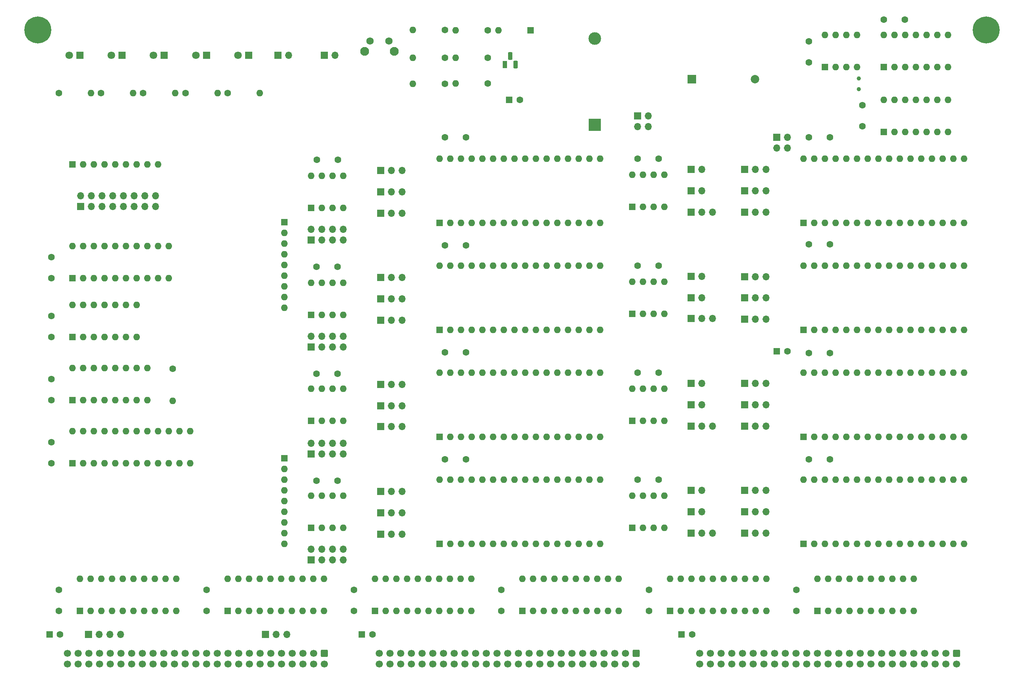
<source format=gbr>
%TF.GenerationSoftware,KiCad,Pcbnew,(6.0.11)*%
%TF.CreationDate,2023-11-11T07:58:28-05:00*%
%TF.ProjectId,memory.ROMRAM,6d656d6f-7279-42e5-924f-4d52414d2e6b,rev?*%
%TF.SameCoordinates,Original*%
%TF.FileFunction,Soldermask,Top*%
%TF.FilePolarity,Negative*%
%FSLAX46Y46*%
G04 Gerber Fmt 4.6, Leading zero omitted, Abs format (unit mm)*
G04 Created by KiCad (PCBNEW (6.0.11)) date 2023-11-11 07:58:28*
%MOMM*%
%LPD*%
G01*
G04 APERTURE LIST*
G04 Aperture macros list*
%AMRoundRect*
0 Rectangle with rounded corners*
0 $1 Rounding radius*
0 $2 $3 $4 $5 $6 $7 $8 $9 X,Y pos of 4 corners*
0 Add a 4 corners polygon primitive as box body*
4,1,4,$2,$3,$4,$5,$6,$7,$8,$9,$2,$3,0*
0 Add four circle primitives for the rounded corners*
1,1,$1+$1,$2,$3*
1,1,$1+$1,$4,$5*
1,1,$1+$1,$6,$7*
1,1,$1+$1,$8,$9*
0 Add four rect primitives between the rounded corners*
20,1,$1+$1,$2,$3,$4,$5,0*
20,1,$1+$1,$4,$5,$6,$7,0*
20,1,$1+$1,$6,$7,$8,$9,0*
20,1,$1+$1,$8,$9,$2,$3,0*%
G04 Aperture macros list end*
%ADD10RoundRect,0.250000X-0.600000X0.600000X-0.600000X-0.600000X0.600000X-0.600000X0.600000X0.600000X0*%
%ADD11C,1.700000*%
%ADD12C,6.400000*%
%ADD13C,1.600000*%
%ADD14R,1.600000X1.600000*%
%ADD15R,1.800000X1.800000*%
%ADD16C,1.800000*%
%ADD17O,1.600000X1.600000*%
%ADD18R,1.700000X1.700000*%
%ADD19O,1.700000X1.700000*%
%ADD20R,1.100000X1.800000*%
%ADD21RoundRect,0.275000X-0.275000X-0.625000X0.275000X-0.625000X0.275000X0.625000X-0.275000X0.625000X0*%
%ADD22R,2.000000X2.000000*%
%ADD23C,2.000000*%
%ADD24C,2.100000*%
%ADD25C,1.750000*%
%ADD26C,1.000000*%
%ADD27R,3.000000X3.000000*%
%ADD28C,3.000000*%
G04 APERTURE END LIST*
D10*
%TO.C,P3*%
X258000000Y-223000000D03*
D11*
X258000000Y-225540000D03*
X255460000Y-223000000D03*
X255460000Y-225540000D03*
X252920000Y-223000000D03*
X252920000Y-225540000D03*
X250380000Y-223000000D03*
X250380000Y-225540000D03*
X247840000Y-223000000D03*
X247840000Y-225540000D03*
X245300000Y-223000000D03*
X245300000Y-225540000D03*
X242760000Y-223000000D03*
X242760000Y-225540000D03*
X240220000Y-223000000D03*
X240220000Y-225540000D03*
X237680000Y-223000000D03*
X237680000Y-225540000D03*
X235140000Y-223000000D03*
X235140000Y-225540000D03*
X232600000Y-223000000D03*
X232600000Y-225540000D03*
X230060000Y-223000000D03*
X230060000Y-225540000D03*
X227520000Y-223000000D03*
X227520000Y-225540000D03*
X224980000Y-223000000D03*
X224980000Y-225540000D03*
X222440000Y-223000000D03*
X222440000Y-225540000D03*
X219900000Y-223000000D03*
X219900000Y-225540000D03*
X217360000Y-223000000D03*
X217360000Y-225540000D03*
X214820000Y-223000000D03*
X214820000Y-225540000D03*
X212280000Y-223000000D03*
X212280000Y-225540000D03*
X209740000Y-223000000D03*
X209740000Y-225540000D03*
X207200000Y-223000000D03*
X207200000Y-225540000D03*
X204660000Y-223000000D03*
X204660000Y-225540000D03*
X202120000Y-223000000D03*
X202120000Y-225540000D03*
X199580000Y-223000000D03*
X199580000Y-225540000D03*
X197040000Y-223000000D03*
X197040000Y-225540000D03*
%TD*%
D12*
%TO.C,H1*%
X40000000Y-75000000D03*
%TD*%
%TO.C,H2*%
X265000000Y-75000000D03*
%TD*%
D13*
%TO.C,C15*%
X222960000Y-176895000D03*
X227960000Y-176895000D03*
%TD*%
%TO.C,C16*%
X222960000Y-151690000D03*
X227960000Y-151690000D03*
%TD*%
%TO.C,C11*%
X150000000Y-207940000D03*
X150000000Y-212940000D03*
%TD*%
%TO.C,C12*%
X45000000Y-207940000D03*
X45000000Y-212940000D03*
%TD*%
%TO.C,C1*%
X43190000Y-172880000D03*
X43190000Y-177880000D03*
%TD*%
%TO.C,C4*%
X115000000Y-207940000D03*
X115000000Y-212940000D03*
%TD*%
%TO.C,C9*%
X80000000Y-207940000D03*
X80000000Y-212940000D03*
%TD*%
D14*
%TO.C,C25*%
X116879600Y-218500000D03*
D13*
X119379600Y-218500000D03*
%TD*%
D14*
%TO.C,C26*%
X42749800Y-218500000D03*
D13*
X45249800Y-218500000D03*
%TD*%
D15*
%TO.C,D5*%
X50000000Y-81000000D03*
D16*
X47460000Y-81000000D03*
%TD*%
D13*
%TO.C,R7*%
X45000000Y-90000000D03*
D17*
X52620000Y-90000000D03*
%TD*%
D14*
%TO.C,U6*%
X85000000Y-212940000D03*
D17*
X87540000Y-212940000D03*
X90080000Y-212940000D03*
X92620000Y-212940000D03*
X95160000Y-212940000D03*
X97700000Y-212940000D03*
X100240000Y-212940000D03*
X102780000Y-212940000D03*
X105320000Y-212940000D03*
X107860000Y-212940000D03*
X107860000Y-205320000D03*
X105320000Y-205320000D03*
X102780000Y-205320000D03*
X100240000Y-205320000D03*
X97700000Y-205320000D03*
X95160000Y-205320000D03*
X92620000Y-205320000D03*
X90080000Y-205320000D03*
X87540000Y-205320000D03*
X85000000Y-205320000D03*
%TD*%
D14*
%TO.C,U2*%
X221690000Y-196985000D03*
D17*
X224230000Y-196985000D03*
X226770000Y-196985000D03*
X229310000Y-196985000D03*
X231850000Y-196985000D03*
X234390000Y-196985000D03*
X236930000Y-196985000D03*
X239470000Y-196985000D03*
X242010000Y-196985000D03*
X244550000Y-196985000D03*
X247090000Y-196985000D03*
X249630000Y-196985000D03*
X252170000Y-196985000D03*
X254710000Y-196985000D03*
X257250000Y-196985000D03*
X259790000Y-196985000D03*
X259790000Y-181745000D03*
X257250000Y-181745000D03*
X254710000Y-181745000D03*
X252170000Y-181745000D03*
X249630000Y-181745000D03*
X247090000Y-181745000D03*
X244550000Y-181745000D03*
X242010000Y-181745000D03*
X239470000Y-181745000D03*
X236930000Y-181745000D03*
X234390000Y-181745000D03*
X231850000Y-181745000D03*
X229310000Y-181745000D03*
X226770000Y-181745000D03*
X224230000Y-181745000D03*
X221690000Y-181745000D03*
%TD*%
D14*
%TO.C,U3*%
X221690000Y-171585000D03*
D17*
X224230000Y-171585000D03*
X226770000Y-171585000D03*
X229310000Y-171585000D03*
X231850000Y-171585000D03*
X234390000Y-171585000D03*
X236930000Y-171585000D03*
X239470000Y-171585000D03*
X242010000Y-171585000D03*
X244550000Y-171585000D03*
X247090000Y-171585000D03*
X249630000Y-171585000D03*
X252170000Y-171585000D03*
X254710000Y-171585000D03*
X257250000Y-171585000D03*
X259790000Y-171585000D03*
X259790000Y-156345000D03*
X257250000Y-156345000D03*
X254710000Y-156345000D03*
X252170000Y-156345000D03*
X249630000Y-156345000D03*
X247090000Y-156345000D03*
X244550000Y-156345000D03*
X242010000Y-156345000D03*
X239470000Y-156345000D03*
X236930000Y-156345000D03*
X234390000Y-156345000D03*
X231850000Y-156345000D03*
X229310000Y-156345000D03*
X226770000Y-156345000D03*
X224230000Y-156345000D03*
X221690000Y-156345000D03*
%TD*%
D14*
%TO.C,U17*%
X50000000Y-212940000D03*
D17*
X52540000Y-212940000D03*
X55080000Y-212940000D03*
X57620000Y-212940000D03*
X60160000Y-212940000D03*
X62700000Y-212940000D03*
X65240000Y-212940000D03*
X67780000Y-212940000D03*
X70320000Y-212940000D03*
X72860000Y-212940000D03*
X72860000Y-205320000D03*
X70320000Y-205320000D03*
X67780000Y-205320000D03*
X65240000Y-205320000D03*
X62700000Y-205320000D03*
X60160000Y-205320000D03*
X57620000Y-205320000D03*
X55080000Y-205320000D03*
X52540000Y-205320000D03*
X50000000Y-205320000D03*
%TD*%
D14*
%TO.C,U16*%
X48190000Y-147880000D03*
D17*
X50730000Y-147880000D03*
X53270000Y-147880000D03*
X55810000Y-147880000D03*
X58350000Y-147880000D03*
X60890000Y-147880000D03*
X63430000Y-147880000D03*
X63430000Y-140260000D03*
X60890000Y-140260000D03*
X58350000Y-140260000D03*
X55810000Y-140260000D03*
X53270000Y-140260000D03*
X50730000Y-140260000D03*
X48190000Y-140260000D03*
%TD*%
D13*
%TO.C,C10*%
X185000000Y-207940000D03*
X185000000Y-212940000D03*
%TD*%
D14*
%TO.C,U7*%
X120000000Y-212940000D03*
D17*
X122540000Y-212940000D03*
X125080000Y-212940000D03*
X127620000Y-212940000D03*
X130160000Y-212940000D03*
X132700000Y-212940000D03*
X135240000Y-212940000D03*
X137780000Y-212940000D03*
X140320000Y-212940000D03*
X142860000Y-212940000D03*
X142860000Y-205320000D03*
X140320000Y-205320000D03*
X137780000Y-205320000D03*
X135240000Y-205320000D03*
X132700000Y-205320000D03*
X130160000Y-205320000D03*
X127620000Y-205320000D03*
X125080000Y-205320000D03*
X122540000Y-205320000D03*
X120000000Y-205320000D03*
%TD*%
D14*
%TO.C,U4*%
X48190000Y-133880000D03*
D17*
X50730000Y-133880000D03*
X53270000Y-133880000D03*
X55810000Y-133880000D03*
X58350000Y-133880000D03*
X60890000Y-133880000D03*
X63430000Y-133880000D03*
X65970000Y-133880000D03*
X68510000Y-133880000D03*
X71050000Y-133880000D03*
X71050000Y-126260000D03*
X68510000Y-126260000D03*
X65970000Y-126260000D03*
X63430000Y-126260000D03*
X60890000Y-126260000D03*
X58350000Y-126260000D03*
X55810000Y-126260000D03*
X53270000Y-126260000D03*
X50730000Y-126260000D03*
X48190000Y-126260000D03*
%TD*%
D14*
%TO.C,RN1*%
X48190000Y-106880000D03*
D17*
X50730000Y-106880000D03*
X53270000Y-106880000D03*
X55810000Y-106880000D03*
X58350000Y-106880000D03*
X60890000Y-106880000D03*
X63430000Y-106880000D03*
X65970000Y-106880000D03*
X68510000Y-106880000D03*
%TD*%
D13*
%TO.C,C5*%
X43190000Y-128880000D03*
X43190000Y-133880000D03*
%TD*%
D18*
%TO.C,JP3*%
X50190000Y-116880000D03*
D19*
X50190000Y-114340000D03*
X52730000Y-116880000D03*
X52730000Y-114340000D03*
X55270000Y-116880000D03*
X55270000Y-114340000D03*
X57810000Y-116880000D03*
X57810000Y-114340000D03*
X60350000Y-116880000D03*
X60350000Y-114340000D03*
X62890000Y-116880000D03*
X62890000Y-114340000D03*
X65430000Y-116880000D03*
X65430000Y-114340000D03*
X67970000Y-116880000D03*
X67970000Y-114340000D03*
%TD*%
D13*
%TO.C,C3*%
X240740000Y-72520000D03*
X245740000Y-72520000D03*
%TD*%
D14*
%TO.C,C27*%
X192749800Y-218500000D03*
D13*
X195249800Y-218500000D03*
%TD*%
D14*
%TO.C,C28*%
X151840000Y-91570000D03*
D13*
X154340000Y-91570000D03*
%TD*%
%TO.C,C30*%
X222960000Y-82680000D03*
X222960000Y-77680000D03*
%TD*%
%TO.C,C32*%
X43190000Y-142880000D03*
X43190000Y-147880000D03*
%TD*%
%TO.C,C33*%
X43190000Y-157880000D03*
X43190000Y-162880000D03*
%TD*%
%TO.C,C34*%
X235660000Y-92840000D03*
X235660000Y-97840000D03*
%TD*%
D15*
%TO.C,D8*%
X70000000Y-81000000D03*
D16*
X67460000Y-81000000D03*
%TD*%
D15*
%TO.C,D10*%
X80000000Y-81000000D03*
D16*
X77460000Y-81000000D03*
%TD*%
D15*
%TO.C,D11*%
X90000000Y-81000000D03*
D16*
X87460000Y-81000000D03*
%TD*%
D18*
%TO.C,JP9*%
X108000000Y-81000000D03*
D19*
X110540000Y-81000000D03*
%TD*%
D18*
%TO.C,JP10*%
X215340000Y-100460000D03*
D19*
X217880000Y-100460000D03*
X215340000Y-103000000D03*
X217880000Y-103000000D03*
%TD*%
D10*
%TO.C,P1*%
X108000000Y-223000000D03*
D11*
X108000000Y-225540000D03*
X105460000Y-223000000D03*
X105460000Y-225540000D03*
X102920000Y-223000000D03*
X102920000Y-225540000D03*
X100380000Y-223000000D03*
X100380000Y-225540000D03*
X97840000Y-223000000D03*
X97840000Y-225540000D03*
X95300000Y-223000000D03*
X95300000Y-225540000D03*
X92760000Y-223000000D03*
X92760000Y-225540000D03*
X90220000Y-223000000D03*
X90220000Y-225540000D03*
X87680000Y-223000000D03*
X87680000Y-225540000D03*
X85140000Y-223000000D03*
X85140000Y-225540000D03*
X82600000Y-223000000D03*
X82600000Y-225540000D03*
X80060000Y-223000000D03*
X80060000Y-225540000D03*
X77520000Y-223000000D03*
X77520000Y-225540000D03*
X74980000Y-223000000D03*
X74980000Y-225540000D03*
X72440000Y-223000000D03*
X72440000Y-225540000D03*
X69900000Y-223000000D03*
X69900000Y-225540000D03*
X67360000Y-223000000D03*
X67360000Y-225540000D03*
X64820000Y-223000000D03*
X64820000Y-225540000D03*
X62280000Y-223000000D03*
X62280000Y-225540000D03*
X59740000Y-223000000D03*
X59740000Y-225540000D03*
X57200000Y-223000000D03*
X57200000Y-225540000D03*
X54660000Y-223000000D03*
X54660000Y-225540000D03*
X52120000Y-223000000D03*
X52120000Y-225540000D03*
X49580000Y-223000000D03*
X49580000Y-225540000D03*
X47040000Y-223000000D03*
X47040000Y-225540000D03*
%TD*%
D10*
%TO.C,P2*%
X182000000Y-223000000D03*
D11*
X182000000Y-225540000D03*
X179460000Y-223000000D03*
X179460000Y-225540000D03*
X176920000Y-223000000D03*
X176920000Y-225540000D03*
X174380000Y-223000000D03*
X174380000Y-225540000D03*
X171840000Y-223000000D03*
X171840000Y-225540000D03*
X169300000Y-223000000D03*
X169300000Y-225540000D03*
X166760000Y-223000000D03*
X166760000Y-225540000D03*
X164220000Y-223000000D03*
X164220000Y-225540000D03*
X161680000Y-223000000D03*
X161680000Y-225540000D03*
X159140000Y-223000000D03*
X159140000Y-225540000D03*
X156600000Y-223000000D03*
X156600000Y-225540000D03*
X154060000Y-223000000D03*
X154060000Y-225540000D03*
X151520000Y-223000000D03*
X151520000Y-225540000D03*
X148980000Y-223000000D03*
X148980000Y-225540000D03*
X146440000Y-223000000D03*
X146440000Y-225540000D03*
X143900000Y-223000000D03*
X143900000Y-225540000D03*
X141360000Y-223000000D03*
X141360000Y-225540000D03*
X138820000Y-223000000D03*
X138820000Y-225540000D03*
X136280000Y-223000000D03*
X136280000Y-225540000D03*
X133740000Y-223000000D03*
X133740000Y-225540000D03*
X131200000Y-223000000D03*
X131200000Y-225540000D03*
X128660000Y-223000000D03*
X128660000Y-225540000D03*
X126120000Y-223000000D03*
X126120000Y-225540000D03*
X123580000Y-223000000D03*
X123580000Y-225540000D03*
X121040000Y-223000000D03*
X121040000Y-225540000D03*
%TD*%
D20*
%TO.C,Q1*%
X150818800Y-83202400D03*
D21*
X152088800Y-81132400D03*
X153358800Y-83202400D03*
%TD*%
D13*
%TO.C,R8*%
X136600000Y-87740000D03*
D17*
X128980000Y-87740000D03*
%TD*%
D13*
%TO.C,R9*%
X146760000Y-87720000D03*
D17*
X139140000Y-87720000D03*
%TD*%
D13*
%TO.C,R10*%
X146760000Y-81590000D03*
D17*
X139140000Y-81590000D03*
%TD*%
D13*
%TO.C,R11*%
X136600000Y-81590000D03*
D17*
X128980000Y-81590000D03*
%TD*%
D13*
%TO.C,R12*%
X136600000Y-75020000D03*
D17*
X128980000Y-75020000D03*
%TD*%
D13*
%TO.C,R13*%
X146760000Y-75060000D03*
D17*
X139140000Y-75060000D03*
%TD*%
D13*
%TO.C,R15*%
X65000000Y-90000000D03*
D17*
X72620000Y-90000000D03*
%TD*%
D13*
%TO.C,R17*%
X75000000Y-90000000D03*
D17*
X82620000Y-90000000D03*
%TD*%
D13*
%TO.C,R18*%
X85000000Y-90000000D03*
D17*
X92620000Y-90000000D03*
%TD*%
D22*
%TO.C,SP1*%
X195150000Y-86680000D03*
D23*
X210150000Y-86680000D03*
%TD*%
D24*
%TO.C,SW1*%
X117570000Y-80090000D03*
X124580000Y-80090000D03*
D25*
X118820000Y-77600000D03*
X123320000Y-77600000D03*
%TD*%
D14*
%TO.C,U24*%
X225000000Y-212940000D03*
D17*
X227540000Y-212940000D03*
X230080000Y-212940000D03*
X232620000Y-212940000D03*
X235160000Y-212940000D03*
X237700000Y-212940000D03*
X240240000Y-212940000D03*
X242780000Y-212940000D03*
X245320000Y-212940000D03*
X247860000Y-212940000D03*
X247860000Y-205320000D03*
X245320000Y-205320000D03*
X242780000Y-205320000D03*
X240240000Y-205320000D03*
X237700000Y-205320000D03*
X235160000Y-205320000D03*
X232620000Y-205320000D03*
X230080000Y-205320000D03*
X227540000Y-205320000D03*
X225000000Y-205320000D03*
%TD*%
D14*
%TO.C,U26*%
X240735000Y-99180000D03*
D17*
X243275000Y-99180000D03*
X245815000Y-99180000D03*
X248355000Y-99180000D03*
X250895000Y-99180000D03*
X253435000Y-99180000D03*
X255975000Y-99180000D03*
X255975000Y-91560000D03*
X253435000Y-91560000D03*
X250895000Y-91560000D03*
X248355000Y-91560000D03*
X245815000Y-91560000D03*
X243275000Y-91560000D03*
X240735000Y-91560000D03*
%TD*%
D14*
%TO.C,U27*%
X226780000Y-83820000D03*
D17*
X229320000Y-83820000D03*
X231860000Y-83820000D03*
X234400000Y-83820000D03*
X234400000Y-76200000D03*
X231860000Y-76200000D03*
X229320000Y-76200000D03*
X226780000Y-76200000D03*
%TD*%
D14*
%TO.C,U28*%
X240735000Y-83820000D03*
D17*
X243275000Y-83820000D03*
X245815000Y-83820000D03*
X248355000Y-83820000D03*
X250895000Y-83820000D03*
X253435000Y-83820000D03*
X255975000Y-83820000D03*
X255975000Y-76200000D03*
X253435000Y-76200000D03*
X250895000Y-76200000D03*
X248355000Y-76200000D03*
X245815000Y-76200000D03*
X243275000Y-76200000D03*
X240735000Y-76200000D03*
%TD*%
D26*
%TO.C,X1*%
X234790000Y-86460000D03*
X234790000Y-89000000D03*
%TD*%
D14*
%TO.C,U14*%
X190000000Y-212940000D03*
D17*
X192540000Y-212940000D03*
X195080000Y-212940000D03*
X197620000Y-212940000D03*
X200160000Y-212940000D03*
X202700000Y-212940000D03*
X205240000Y-212940000D03*
X207780000Y-212940000D03*
X210320000Y-212940000D03*
X212860000Y-212940000D03*
X212860000Y-205320000D03*
X210320000Y-205320000D03*
X207780000Y-205320000D03*
X205240000Y-205320000D03*
X202700000Y-205320000D03*
X200160000Y-205320000D03*
X197620000Y-205320000D03*
X195080000Y-205320000D03*
X192540000Y-205320000D03*
X190000000Y-205320000D03*
%TD*%
D18*
%TO.C,JP4*%
X195020000Y-184280000D03*
D19*
X197560000Y-184280000D03*
%TD*%
D18*
%TO.C,JP5*%
X195020000Y-163960000D03*
D19*
X197560000Y-163960000D03*
%TD*%
D18*
%TO.C,K5*%
X195020000Y-169040000D03*
D19*
X197560000Y-169040000D03*
X200100000Y-169040000D03*
%TD*%
D18*
%TO.C,JP6*%
X195020000Y-158880000D03*
D19*
X197560000Y-158880000D03*
%TD*%
D18*
%TO.C,JP1*%
X195020000Y-189360000D03*
D19*
X197560000Y-189360000D03*
%TD*%
D13*
%TO.C,C7*%
X182320000Y-181740000D03*
X187320000Y-181740000D03*
%TD*%
D18*
%TO.C,K1*%
X195020000Y-194440000D03*
D19*
X197560000Y-194440000D03*
X200100000Y-194440000D03*
%TD*%
D14*
%TO.C,U5*%
X181060000Y-193160000D03*
D17*
X183600000Y-193160000D03*
X186140000Y-193160000D03*
X188680000Y-193160000D03*
X188680000Y-185540000D03*
X186140000Y-185540000D03*
X183600000Y-185540000D03*
X181060000Y-185540000D03*
%TD*%
D14*
%TO.C,U13*%
X181060000Y-167760000D03*
D17*
X183600000Y-167760000D03*
X186140000Y-167760000D03*
X188680000Y-167760000D03*
X188680000Y-160140000D03*
X186140000Y-160140000D03*
X183600000Y-160140000D03*
X181060000Y-160140000D03*
%TD*%
D18*
%TO.C,JP2*%
X182320000Y-95380000D03*
D19*
X184860000Y-95380000D03*
X182320000Y-97920000D03*
X184860000Y-97920000D03*
%TD*%
D14*
%TO.C,D6*%
X156930000Y-75060000D03*
D17*
X149310000Y-75060000D03*
%TD*%
D13*
%TO.C,C6*%
X220000000Y-207940000D03*
X220000000Y-212940000D03*
%TD*%
%TO.C,C13*%
X182320000Y-156340000D03*
X187320000Y-156340000D03*
%TD*%
%TO.C,C17*%
X222960000Y-125860000D03*
X227960000Y-125860000D03*
%TD*%
D14*
%TO.C,U29*%
X48190000Y-177880000D03*
D17*
X50730000Y-177880000D03*
X53270000Y-177880000D03*
X55810000Y-177880000D03*
X58350000Y-177880000D03*
X60890000Y-177880000D03*
X63430000Y-177880000D03*
X65970000Y-177880000D03*
X68510000Y-177880000D03*
X71050000Y-177880000D03*
X73590000Y-177880000D03*
X76130000Y-177880000D03*
X76130000Y-170260000D03*
X73590000Y-170260000D03*
X71050000Y-170260000D03*
X68510000Y-170260000D03*
X65970000Y-170260000D03*
X63430000Y-170260000D03*
X60890000Y-170260000D03*
X58350000Y-170260000D03*
X55810000Y-170260000D03*
X53270000Y-170260000D03*
X50730000Y-170260000D03*
X48190000Y-170260000D03*
%TD*%
D13*
%TO.C,C8*%
X222960000Y-100460000D03*
X227960000Y-100460000D03*
%TD*%
D18*
%TO.C,J2*%
X207720000Y-194440000D03*
D19*
X210260000Y-194440000D03*
X212800000Y-194440000D03*
%TD*%
D18*
%TO.C,J3*%
X207720000Y-189360000D03*
D19*
X210260000Y-189360000D03*
X212800000Y-189360000D03*
%TD*%
D18*
%TO.C,J4*%
X207720000Y-169040000D03*
D19*
X210260000Y-169040000D03*
X212800000Y-169040000D03*
%TD*%
D18*
%TO.C,J11*%
X207720000Y-163960000D03*
D19*
X210260000Y-163960000D03*
X212800000Y-163960000D03*
%TD*%
D18*
%TO.C,J12*%
X207720000Y-184280000D03*
D19*
X210260000Y-184280000D03*
X212800000Y-184280000D03*
%TD*%
D18*
%TO.C,J13*%
X207720000Y-158880000D03*
D19*
X210260000Y-158880000D03*
X212800000Y-158880000D03*
%TD*%
D18*
%TO.C,J15*%
X121360000Y-194720000D03*
D19*
X123900000Y-194720000D03*
X126440000Y-194720000D03*
%TD*%
D18*
%TO.C,J16*%
X121360000Y-184560000D03*
D19*
X123900000Y-184560000D03*
X126440000Y-184560000D03*
%TD*%
D18*
%TO.C,J19*%
X121360000Y-159160000D03*
D19*
X123900000Y-159160000D03*
X126440000Y-159160000D03*
%TD*%
D18*
%TO.C,J18*%
X121360000Y-169160000D03*
D19*
X123900000Y-169160000D03*
X126440000Y-169160000D03*
%TD*%
D18*
%TO.C,J17*%
X121360000Y-164240000D03*
D19*
X123900000Y-164240000D03*
X126440000Y-164240000D03*
%TD*%
D18*
%TO.C,J14*%
X121360000Y-189640000D03*
D19*
X123900000Y-189640000D03*
X126440000Y-189640000D03*
%TD*%
D18*
%TO.C,JP7*%
X97000000Y-81000000D03*
D19*
X99540000Y-81000000D03*
%TD*%
D13*
%TO.C,R14*%
X72000000Y-155380000D03*
D17*
X72000000Y-163000000D03*
%TD*%
D18*
%TO.C,J20*%
X121360000Y-138840000D03*
D19*
X123900000Y-138840000D03*
X126440000Y-138840000D03*
%TD*%
D18*
%TO.C,J21*%
X121360000Y-113440000D03*
D19*
X123900000Y-113440000D03*
X126440000Y-113440000D03*
%TD*%
D18*
%TO.C,J22*%
X121360000Y-143920000D03*
D19*
X123900000Y-143920000D03*
X126440000Y-143920000D03*
%TD*%
D18*
%TO.C,J23*%
X121360000Y-118520000D03*
D19*
X123900000Y-118520000D03*
X126440000Y-118520000D03*
%TD*%
D18*
%TO.C,J24*%
X121360000Y-133760000D03*
D19*
X123900000Y-133760000D03*
X126440000Y-133760000D03*
%TD*%
D18*
%TO.C,J25*%
X121360000Y-108360000D03*
D19*
X123900000Y-108360000D03*
X126440000Y-108360000D03*
%TD*%
D18*
%TO.C,J27*%
X207720000Y-118240000D03*
D19*
X210260000Y-118240000D03*
X212800000Y-118240000D03*
%TD*%
D18*
%TO.C,J28*%
X207720000Y-138560000D03*
D19*
X210260000Y-138560000D03*
X212800000Y-138560000D03*
%TD*%
D18*
%TO.C,J29*%
X207720000Y-113160000D03*
D19*
X210260000Y-113160000D03*
X212800000Y-113160000D03*
%TD*%
D18*
%TO.C,J30*%
X207720000Y-133540000D03*
D19*
X210260000Y-133540000D03*
X212800000Y-133540000D03*
%TD*%
D18*
%TO.C,J31*%
X207720000Y-108080000D03*
D19*
X210260000Y-108080000D03*
X212800000Y-108080000D03*
%TD*%
D14*
%TO.C,U8*%
X155000000Y-212940000D03*
D17*
X157540000Y-212940000D03*
X160080000Y-212940000D03*
X162620000Y-212940000D03*
X165160000Y-212940000D03*
X167700000Y-212940000D03*
X170240000Y-212940000D03*
X172780000Y-212940000D03*
X175320000Y-212940000D03*
X177860000Y-212940000D03*
X177860000Y-205320000D03*
X175320000Y-205320000D03*
X172780000Y-205320000D03*
X170240000Y-205320000D03*
X167700000Y-205320000D03*
X165160000Y-205320000D03*
X162620000Y-205320000D03*
X160080000Y-205320000D03*
X157540000Y-205320000D03*
X155000000Y-205320000D03*
%TD*%
D14*
%TO.C,U10*%
X135330000Y-146185000D03*
D17*
X137870000Y-146185000D03*
X140410000Y-146185000D03*
X142950000Y-146185000D03*
X145490000Y-146185000D03*
X148030000Y-146185000D03*
X150570000Y-146185000D03*
X153110000Y-146185000D03*
X155650000Y-146185000D03*
X158190000Y-146185000D03*
X160730000Y-146185000D03*
X163270000Y-146185000D03*
X165810000Y-146185000D03*
X168350000Y-146185000D03*
X170890000Y-146185000D03*
X173430000Y-146185000D03*
X173430000Y-130945000D03*
X170890000Y-130945000D03*
X168350000Y-130945000D03*
X165810000Y-130945000D03*
X163270000Y-130945000D03*
X160730000Y-130945000D03*
X158190000Y-130945000D03*
X155650000Y-130945000D03*
X153110000Y-130945000D03*
X150570000Y-130945000D03*
X148030000Y-130945000D03*
X145490000Y-130945000D03*
X142950000Y-130945000D03*
X140410000Y-130945000D03*
X137870000Y-130945000D03*
X135330000Y-130945000D03*
%TD*%
D14*
%TO.C,U11*%
X135330000Y-120785000D03*
D17*
X137870000Y-120785000D03*
X140410000Y-120785000D03*
X142950000Y-120785000D03*
X145490000Y-120785000D03*
X148030000Y-120785000D03*
X150570000Y-120785000D03*
X153110000Y-120785000D03*
X155650000Y-120785000D03*
X158190000Y-120785000D03*
X160730000Y-120785000D03*
X163270000Y-120785000D03*
X165810000Y-120785000D03*
X168350000Y-120785000D03*
X170890000Y-120785000D03*
X173430000Y-120785000D03*
X173430000Y-105545000D03*
X170890000Y-105545000D03*
X168350000Y-105545000D03*
X165810000Y-105545000D03*
X163270000Y-105545000D03*
X160730000Y-105545000D03*
X158190000Y-105545000D03*
X155650000Y-105545000D03*
X153110000Y-105545000D03*
X150570000Y-105545000D03*
X148030000Y-105545000D03*
X145490000Y-105545000D03*
X142950000Y-105545000D03*
X140410000Y-105545000D03*
X137870000Y-105545000D03*
X135330000Y-105545000D03*
%TD*%
D14*
%TO.C,U12*%
X221690000Y-146185000D03*
D17*
X224230000Y-146185000D03*
X226770000Y-146185000D03*
X229310000Y-146185000D03*
X231850000Y-146185000D03*
X234390000Y-146185000D03*
X236930000Y-146185000D03*
X239470000Y-146185000D03*
X242010000Y-146185000D03*
X244550000Y-146185000D03*
X247090000Y-146185000D03*
X249630000Y-146185000D03*
X252170000Y-146185000D03*
X254710000Y-146185000D03*
X257250000Y-146185000D03*
X259790000Y-146185000D03*
X259790000Y-130945000D03*
X257250000Y-130945000D03*
X254710000Y-130945000D03*
X252170000Y-130945000D03*
X249630000Y-130945000D03*
X247090000Y-130945000D03*
X244550000Y-130945000D03*
X242010000Y-130945000D03*
X239470000Y-130945000D03*
X236930000Y-130945000D03*
X234390000Y-130945000D03*
X231850000Y-130945000D03*
X229310000Y-130945000D03*
X226770000Y-130945000D03*
X224230000Y-130945000D03*
X221690000Y-130945000D03*
%TD*%
D14*
%TO.C,U1*%
X48190000Y-162880000D03*
D17*
X50730000Y-162880000D03*
X53270000Y-162880000D03*
X55810000Y-162880000D03*
X58350000Y-162880000D03*
X60890000Y-162880000D03*
X63430000Y-162880000D03*
X65970000Y-162880000D03*
X65970000Y-155260000D03*
X63430000Y-155260000D03*
X60890000Y-155260000D03*
X58350000Y-155260000D03*
X55810000Y-155260000D03*
X53270000Y-155260000D03*
X50730000Y-155260000D03*
X48190000Y-155260000D03*
%TD*%
D14*
%TO.C,U15*%
X221690000Y-120785000D03*
D17*
X224230000Y-120785000D03*
X226770000Y-120785000D03*
X229310000Y-120785000D03*
X231850000Y-120785000D03*
X234390000Y-120785000D03*
X236930000Y-120785000D03*
X239470000Y-120785000D03*
X242010000Y-120785000D03*
X244550000Y-120785000D03*
X247090000Y-120785000D03*
X249630000Y-120785000D03*
X252170000Y-120785000D03*
X254710000Y-120785000D03*
X257250000Y-120785000D03*
X259790000Y-120785000D03*
X259790000Y-105545000D03*
X257250000Y-105545000D03*
X254710000Y-105545000D03*
X252170000Y-105545000D03*
X249630000Y-105545000D03*
X247090000Y-105545000D03*
X244550000Y-105545000D03*
X242010000Y-105545000D03*
X239470000Y-105545000D03*
X236930000Y-105545000D03*
X234390000Y-105545000D03*
X231850000Y-105545000D03*
X229310000Y-105545000D03*
X226770000Y-105545000D03*
X224230000Y-105545000D03*
X221690000Y-105545000D03*
%TD*%
D18*
%TO.C,J26*%
X207720000Y-143640000D03*
D19*
X210260000Y-143640000D03*
X212800000Y-143640000D03*
%TD*%
D14*
%TO.C,C14*%
X215340000Y-151260000D03*
D13*
X217840000Y-151260000D03*
%TD*%
D14*
%TO.C,U21*%
X135330000Y-171585000D03*
D17*
X137870000Y-171585000D03*
X140410000Y-171585000D03*
X142950000Y-171585000D03*
X145490000Y-171585000D03*
X148030000Y-171585000D03*
X150570000Y-171585000D03*
X153110000Y-171585000D03*
X155650000Y-171585000D03*
X158190000Y-171585000D03*
X160730000Y-171585000D03*
X163270000Y-171585000D03*
X165810000Y-171585000D03*
X168350000Y-171585000D03*
X170890000Y-171585000D03*
X173430000Y-171585000D03*
X173430000Y-156345000D03*
X170890000Y-156345000D03*
X168350000Y-156345000D03*
X165810000Y-156345000D03*
X163270000Y-156345000D03*
X160730000Y-156345000D03*
X158190000Y-156345000D03*
X155650000Y-156345000D03*
X153110000Y-156345000D03*
X150570000Y-156345000D03*
X148030000Y-156345000D03*
X145490000Y-156345000D03*
X142950000Y-156345000D03*
X140410000Y-156345000D03*
X137870000Y-156345000D03*
X135330000Y-156345000D03*
%TD*%
D14*
%TO.C,U20*%
X135330000Y-196985000D03*
D17*
X137870000Y-196985000D03*
X140410000Y-196985000D03*
X142950000Y-196985000D03*
X145490000Y-196985000D03*
X148030000Y-196985000D03*
X150570000Y-196985000D03*
X153110000Y-196985000D03*
X155650000Y-196985000D03*
X158190000Y-196985000D03*
X160730000Y-196985000D03*
X163270000Y-196985000D03*
X165810000Y-196985000D03*
X168350000Y-196985000D03*
X170890000Y-196985000D03*
X173430000Y-196985000D03*
X173430000Y-181745000D03*
X170890000Y-181745000D03*
X168350000Y-181745000D03*
X165810000Y-181745000D03*
X163270000Y-181745000D03*
X160730000Y-181745000D03*
X158190000Y-181745000D03*
X155650000Y-181745000D03*
X153110000Y-181745000D03*
X150570000Y-181745000D03*
X148030000Y-181745000D03*
X145490000Y-181745000D03*
X142950000Y-181745000D03*
X140410000Y-181745000D03*
X137870000Y-181745000D03*
X135330000Y-181745000D03*
%TD*%
D13*
%TO.C,C18*%
X136600000Y-100460000D03*
X141600000Y-100460000D03*
%TD*%
%TO.C,C19*%
X136600000Y-126140000D03*
X141600000Y-126140000D03*
%TD*%
%TO.C,C20*%
X136600000Y-151540000D03*
X141600000Y-151540000D03*
%TD*%
%TO.C,C21*%
X136600000Y-176940000D03*
X141600000Y-176940000D03*
%TD*%
D18*
%TO.C,JP8*%
X195020000Y-138560000D03*
D19*
X197560000Y-138560000D03*
%TD*%
D18*
%TO.C,JP11*%
X195020000Y-133480000D03*
D19*
X197560000Y-133480000D03*
%TD*%
D18*
%TO.C,JP12*%
X195020000Y-113160000D03*
D19*
X197560000Y-113160000D03*
%TD*%
D18*
%TO.C,JP13*%
X195020000Y-108080000D03*
D19*
X197560000Y-108080000D03*
%TD*%
D18*
%TO.C,K2*%
X195020000Y-143460000D03*
D19*
X197560000Y-143460000D03*
X200100000Y-143460000D03*
%TD*%
D18*
%TO.C,K3*%
X195020000Y-118240000D03*
D19*
X197560000Y-118240000D03*
X200100000Y-118240000D03*
%TD*%
D14*
%TO.C,U18*%
X181060000Y-142360000D03*
D17*
X183600000Y-142360000D03*
X186140000Y-142360000D03*
X188680000Y-142360000D03*
X188680000Y-134740000D03*
X186140000Y-134740000D03*
X183600000Y-134740000D03*
X181060000Y-134740000D03*
%TD*%
D14*
%TO.C,U19*%
X181060000Y-116960000D03*
D17*
X183600000Y-116960000D03*
X186140000Y-116960000D03*
X188680000Y-116960000D03*
X188680000Y-109340000D03*
X186140000Y-109340000D03*
X183600000Y-109340000D03*
X181060000Y-109340000D03*
%TD*%
D13*
%TO.C,C22*%
X182320000Y-105540000D03*
X187320000Y-105540000D03*
%TD*%
%TO.C,C23*%
X182320000Y-130940000D03*
X187320000Y-130940000D03*
%TD*%
D15*
%TO.C,D3*%
X60000000Y-81000000D03*
D16*
X57460000Y-81000000D03*
%TD*%
D18*
%TO.C,P4*%
X52000000Y-218500000D03*
D19*
X54540000Y-218500000D03*
X57080000Y-218500000D03*
X59620000Y-218500000D03*
%TD*%
D13*
%TO.C,R5*%
X55000000Y-90000000D03*
D17*
X62620000Y-90000000D03*
%TD*%
D18*
%TO.C,J35*%
X104860000Y-124875000D03*
D19*
X104860000Y-122335000D03*
X107400000Y-124875000D03*
X107400000Y-122335000D03*
X109940000Y-124875000D03*
X109940000Y-122335000D03*
X112480000Y-124875000D03*
X112480000Y-122335000D03*
%TD*%
D14*
%TO.C,U25*%
X104860000Y-142640000D03*
D17*
X107400000Y-142640000D03*
X109940000Y-142640000D03*
X112480000Y-142640000D03*
X112480000Y-135020000D03*
X109940000Y-135020000D03*
X107400000Y-135020000D03*
X104860000Y-135020000D03*
%TD*%
D14*
%TO.C,RN3*%
X98500000Y-120645000D03*
D17*
X98500000Y-123185000D03*
X98500000Y-125725000D03*
X98500000Y-128265000D03*
X98500000Y-130805000D03*
X98500000Y-133345000D03*
X98500000Y-135885000D03*
X98500000Y-138425000D03*
X98500000Y-140965000D03*
%TD*%
D14*
%TO.C,U22*%
X104860000Y-193165000D03*
D17*
X107400000Y-193165000D03*
X109940000Y-193165000D03*
X112480000Y-193165000D03*
X112480000Y-185545000D03*
X109940000Y-185545000D03*
X107400000Y-185545000D03*
X104860000Y-185545000D03*
%TD*%
D13*
%TO.C,C29*%
X106120000Y-156620000D03*
X111120000Y-156620000D03*
%TD*%
D18*
%TO.C,J34*%
X104860000Y-175675000D03*
D19*
X104860000Y-173135000D03*
X107400000Y-175675000D03*
X107400000Y-173135000D03*
X109940000Y-175675000D03*
X109940000Y-173135000D03*
X112480000Y-175675000D03*
X112480000Y-173135000D03*
%TD*%
D18*
%TO.C,J33*%
X104860000Y-150275000D03*
D19*
X104860000Y-147735000D03*
X107400000Y-150275000D03*
X107400000Y-147735000D03*
X109940000Y-150275000D03*
X109940000Y-147735000D03*
X112480000Y-150275000D03*
X112480000Y-147735000D03*
%TD*%
D14*
%TO.C,U30*%
X104860000Y-117240000D03*
D17*
X107400000Y-117240000D03*
X109940000Y-117240000D03*
X112480000Y-117240000D03*
X112480000Y-109620000D03*
X109940000Y-109620000D03*
X107400000Y-109620000D03*
X104860000Y-109620000D03*
%TD*%
D27*
%TO.C,BT1*%
X172160000Y-97470000D03*
D28*
X172160000Y-76980000D03*
%TD*%
D13*
%TO.C,C24*%
X106120000Y-182020000D03*
X111120000Y-182020000D03*
%TD*%
D14*
%TO.C,U23*%
X104860000Y-167765000D03*
D17*
X107400000Y-167765000D03*
X109940000Y-167765000D03*
X112480000Y-167765000D03*
X112480000Y-160145000D03*
X109940000Y-160145000D03*
X107400000Y-160145000D03*
X104860000Y-160145000D03*
%TD*%
D18*
%TO.C,J1*%
X93975000Y-218500000D03*
D19*
X96515000Y-218500000D03*
X99055000Y-218500000D03*
%TD*%
D18*
%TO.C,J32*%
X104860000Y-200795000D03*
D19*
X104860000Y-198255000D03*
X107400000Y-200795000D03*
X107400000Y-198255000D03*
X109940000Y-200795000D03*
X109940000Y-198255000D03*
X112480000Y-200795000D03*
X112480000Y-198255000D03*
%TD*%
D14*
%TO.C,RN2*%
X98500000Y-176660000D03*
D17*
X98500000Y-179200000D03*
X98500000Y-181740000D03*
X98500000Y-184280000D03*
X98500000Y-186820000D03*
X98500000Y-189360000D03*
X98500000Y-191900000D03*
X98500000Y-194440000D03*
X98500000Y-196980000D03*
%TD*%
D13*
%TO.C,C35*%
X106120000Y-131220000D03*
X111120000Y-131220000D03*
%TD*%
%TO.C,C36*%
X106200000Y-105820000D03*
X111200000Y-105820000D03*
%TD*%
M02*

</source>
